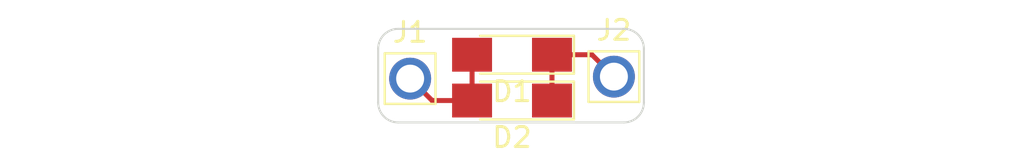
<source format=kicad_pcb>
(kicad_pcb (version 20221018) (generator pcbnew)
  (layers (0 "F.Cu" signal) (31 "B.Cu" signal) (34 "B.Paste" user) (35 "F.Paste" user) (36 "B.SilkS" user "B.Silkscreen") (37 "F.SilkS" user "F.Silkscreen") (38 "B.Mask" user) (39 "F.Mask" user) (44 "Edge.Cuts" user))
  (net 0 "")
  (net 1 "PWR_3V3")
  (net 2 "PWR_GND")
  (footprint "fab:PinHeader_1x01_P2.54mm_Vertical_THT_D1.4mm" (layer "F.Cu") (at 130.9 82.8)
    (fp_text reference "J2" (at 0 -2.33) (layer "F.SilkS"))
    (fp_text value "Conn_PinHeader_1x01_P2.54mm_Vertical_THT_D1.4mm")
    (fp_line (start -1.27 -1.27) (end -1.27 1.27) (stroke (width 0.12)) (layer "F.SilkS"))
    (fp_line (start -1.27 -1.27) (end 1.27 -1.27) (stroke (width 0.12)) (layer "F.SilkS"))
    (fp_line (start -1.27 1.27) (end 1.27 1.27) (stroke (width 0.12)) (layer "F.SilkS"))
    (fp_line (start 1.27 -1.27) (end 1.27 1.27) (stroke (width 0.12)) (layer "F.SilkS"))
    (pad "1" thru_hole circle (at 0 0) (size 2.1 2.1) (drill 1.4) (layers "*.Cu" "*.Mask") (net 2 "PWR_GND"))
  )
  (footprint "fab:PinHeader_1x01_P2.54mm_Vertical_THT_D1.4mm" (layer "F.Cu") (at 120.7 82.9)
    (fp_text reference "J1" (at 0 -2.33) (layer "F.SilkS"))
    (fp_text value "Conn_PinHeader_1x01_P2.54mm_Vertical_THT_D1.4mm")
    (fp_line (start -1.27 -1.27) (end -1.27 1.27) (stroke (width 0.12)) (layer "F.SilkS"))
    (fp_line (start -1.27 -1.27) (end 1.27 -1.27) (stroke (width 0.12)) (layer "F.SilkS"))
    (fp_line (start -1.27 1.27) (end 1.27 1.27) (stroke (width 0.12)) (layer "F.SilkS"))
    (fp_line (start 1.27 -1.27) (end 1.27 1.27) (stroke (width 0.12)) (layer "F.SilkS"))
    (pad "1" thru_hole circle (at 0 0) (size 2.1 2.1) (drill 1.4) (layers "*.Cu" "*.Mask") (net 1 "PWR_3V3"))
  )
  (footprint "fab:LED_1206" (layer "F.Cu") (at 125.8 81.7 180)
    (fp_text reference "D1" (at 0 -1.85) (layer "F.SilkS"))
    (fp_text value "LED_1206")
    (fp_line (start -3.1 -0.95) (end -3.1 0.95) (stroke (width 0.12)) (layer "F.SilkS"))
    (fp_line (start -3.1 -0.95) (end 1.6 -0.95) (stroke (width 0.12)) (layer "F.SilkS"))
    (fp_line (start -3.1 0.95) (end 1.6 0.95) (stroke (width 0.12)) (layer "F.SilkS"))
    (pad "1" smd rect (at -2 0 180) (size 2 1.7) (layers "F.Cu" "F.Paste" "F.Mask") (net 2 "PWR_GND"))
    (pad "2" smd rect (at 2 0 180) (size 2 1.7) (layers "F.Cu" "F.Paste" "F.Mask") (net 1 "PWR_3V3"))
  )
  (footprint "fab:LED_1206" (layer "F.Cu") (at 125.8 84 180)
    (fp_text reference "D2" (at 0 -1.85) (layer "F.SilkS"))
    (fp_text value "LED_1206")
    (fp_line (start -3.1 -0.95) (end -3.1 0.95) (stroke (width 0.12)) (layer "F.SilkS"))
    (fp_line (start -3.1 -0.95) (end 1.6 -0.95) (stroke (width 0.12)) (layer "F.SilkS"))
    (fp_line (start -3.1 0.95) (end 1.6 0.95) (stroke (width 0.12)) (layer "F.SilkS"))
    (pad "1" smd rect (at -2 0 180) (size 2 1.7) (layers "F.Cu" "F.Paste" "F.Mask") (net 2 "PWR_GND"))
    (pad "2" smd rect (at 2 0 180) (size 2 1.7) (layers "F.Cu" "F.Paste" "F.Mask") (net 1 "PWR_3V3"))
  )
  (gr_line (start 120.1 80.4) (end 131.4 80.4) (stroke (width 0.1)) (layer "Edge.Cuts"))
  (gr_arc (start 131.4 80.4) (mid 132.107107 80.692893) (end 132.4 81.4) (stroke (width 0.1)) (layer "Edge.Cuts"))
  (gr_line (start 131.4 85.1) (end 120.1 85.1) (stroke (width 0.1)) (layer "Edge.Cuts"))
  (gr_arc (start 120.1 85.1) (mid 119.392893 84.807107) (end 119.1 84.1) (stroke (width 0.1)) (layer "Edge.Cuts"))
  (gr_line (start 119.1 81.4) (end 119.1 84.1) (stroke (width 0.1)) (layer "Edge.Cuts"))
  (gr_line (start 132.4 81.4) (end 132.4 84.1) (stroke (width 0.1)) (layer "Edge.Cuts"))
  (gr_circle (center 120.7 82.9) (end 120.9 83.5) (stroke (width 0.1)) (fill none) (layer "Edge.Cuts"))
  (gr_arc (start 132.4 84.1) (mid 132.107107 84.807107) (end 131.4 85.1) (stroke (width 0.1)) (layer "Edge.Cuts"))
  (gr_circle (center 130.9 82.8) (end 131 83.4) (stroke (width 0.1)) (fill none) (layer "Edge.Cuts"))
  (gr_arc (start 119.1 81.4) (mid 119.392893 80.692893) (end 120.1 80.4) (stroke (width 0.1)) (layer "Edge.Cuts"))
  (segment (start 121.8 84) (end 120.7 82.9) (width 0.25) (layer "F.Cu") (net 1))
  (segment (start 123.8 81.7) (end 123.8 84) (width 0.25) (layer "F.Cu") (net 1))
  (segment (start 123.8 84) (end 121.8 84) (width 0.25) (layer "F.Cu") (net 1))
  (segment (start 127.8 81.7) (end 127.8 84) (width 0.25) (layer "F.Cu") (net 2))
  (segment (start 129.8 81.7) (end 130.9 82.8) (width 0.25) (layer "F.Cu") (net 2))
  (segment (start 127.8 81.7) (end 129.8 81.7) (width 0.25) (layer "F.Cu") (net 2))
)
</source>
